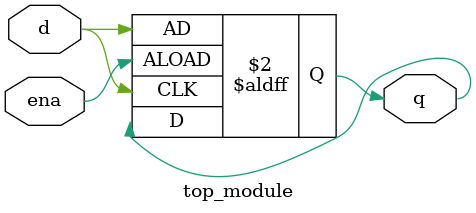
<source format=sv>
module top_module (
    input d,
    input ena,
    output logic q);

    always_ff @(posedge ena , posedge d) begin
        if (ena) begin
            q = d; // this should happen without delay so no <=
        end
    end

endmodule

</source>
